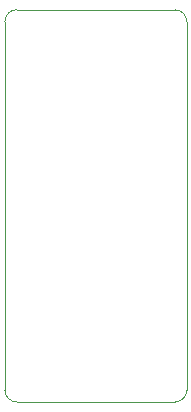
<source format=gm1>
G04*
G04 #@! TF.GenerationSoftware,Altium Limited,CircuitMaker,2.2.1 (2.2.1.6)*
G04*
G04 Layer_Color=16740166*
%FSLAX25Y25*%
%MOIN*%
G70*
G04*
G04 #@! TF.SameCoordinates,FB4DA932-24D3-4F87-B050-2CA4388B978A*
G04*
G04*
G04 #@! TF.FilePolarity,Positive*
G04*
G01*
G75*
%ADD90C,0.00197*%
D90*
X100000Y103937D02*
G03*
X103937Y100000I3937J0D01*
G01*
Y230709D02*
G03*
X100000Y226772I0J-3937D01*
G01*
X160630D02*
G03*
X156693Y230709I-3937J0D01*
G01*
Y100000D02*
G03*
X160630Y103937I0J3937D01*
G01*
X100000D02*
G03*
X103937Y100000I3937J0D01*
G01*
Y230709D02*
G03*
X100000Y226772I0J-3937D01*
G01*
X160630D02*
G03*
X156693Y230709I-3937J0D01*
G01*
Y100000D02*
G03*
X160630Y103937I0J3937D01*
G01*
X103937Y100000D02*
X156693D01*
X100000Y103937D02*
Y226772D01*
X103937Y230709D02*
X156693D01*
X160630Y103937D02*
Y226772D01*
X103937Y100000D02*
X156693D01*
X100000Y103937D02*
Y226772D01*
X103937Y230709D02*
X156693D01*
X160630Y103937D02*
Y226772D01*
M02*

</source>
